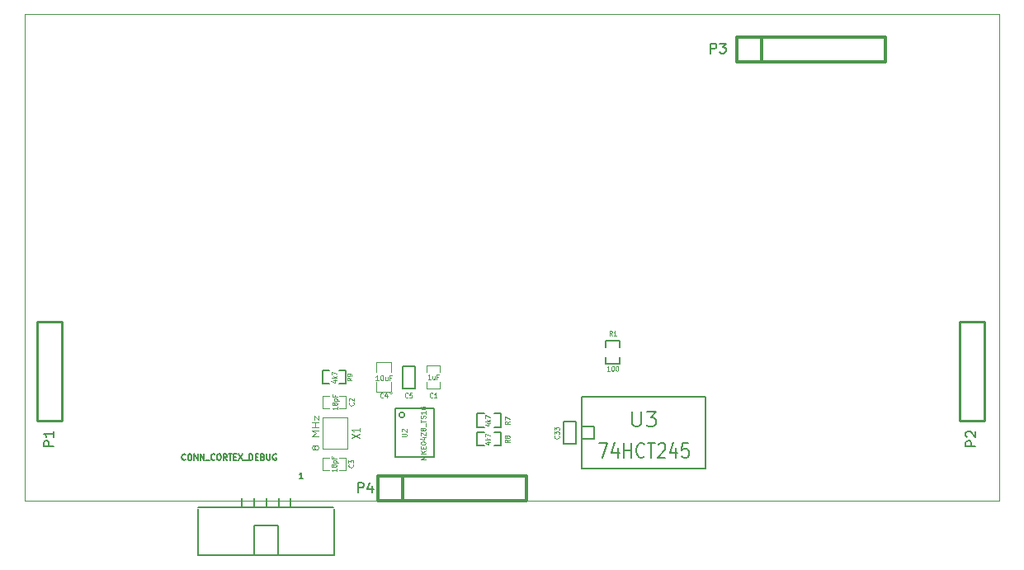
<source format=gto>
G04 (created by PCBNEW (2013-07-07 BZR 4022)-stable) date 02/01/2016 16:19:00*
%MOIN*%
G04 Gerber Fmt 3.4, Leading zero omitted, Abs format*
%FSLAX34Y34*%
G01*
G70*
G90*
G04 APERTURE LIST*
%ADD10C,0.00590551*%
%ADD11C,0.00393701*%
%ADD12C,0.005*%
%ADD13C,0.0047*%
%ADD14C,0.008*%
%ADD15C,0.0039*%
%ADD16C,0.01*%
%ADD17C,0.012*%
%ADD18C,0.0045*%
%ADD19C,0.006*%
%ADD20C,0.0043*%
G04 APERTURE END LIST*
G54D10*
G54D11*
X39370Y0D02*
X0Y0D01*
X39370Y19685D02*
X39370Y0D01*
X0Y19685D02*
X39370Y19685D01*
X0Y0D02*
X0Y19685D01*
G54D12*
X14975Y3725D02*
X14975Y1775D01*
X14975Y1775D02*
X16525Y1775D01*
X16525Y1775D02*
X16525Y3725D01*
X16525Y3725D02*
X14975Y3725D01*
X15336Y3475D02*
G75*
G03X15336Y3475I-111J0D01*
G74*
G01*
G54D13*
X12697Y3744D02*
X12972Y3744D01*
X12303Y3744D02*
X12028Y3744D01*
X12697Y4256D02*
X12972Y4256D01*
X12028Y4256D02*
X12303Y4256D01*
X12972Y4250D02*
X12972Y3750D01*
X12028Y3750D02*
X12028Y4250D01*
X12697Y1244D02*
X12972Y1244D01*
X12303Y1244D02*
X12028Y1244D01*
X12697Y1756D02*
X12972Y1756D01*
X12028Y1756D02*
X12303Y1756D01*
X12972Y1750D02*
X12972Y1250D01*
X12028Y1250D02*
X12028Y1750D01*
X16756Y5197D02*
X16756Y5472D01*
X16756Y4803D02*
X16756Y4528D01*
X16244Y5197D02*
X16244Y5472D01*
X16244Y4528D02*
X16244Y4803D01*
X16250Y5472D02*
X16750Y5472D01*
X16750Y4528D02*
X16250Y4528D01*
G54D14*
X10734Y120D02*
X10734Y-274D01*
X10262Y-274D02*
X10262Y120D01*
X9750Y-274D02*
X9750Y120D01*
X9278Y120D02*
X9278Y-274D01*
X8766Y120D02*
X8766Y-274D01*
X9278Y-2203D02*
X9278Y-982D01*
X9278Y-982D02*
X10222Y-982D01*
X10222Y-982D02*
X10222Y-2203D01*
X6994Y-274D02*
X12467Y-274D01*
X12505Y-2203D02*
X6993Y-2203D01*
X6993Y-313D02*
X6993Y-2203D01*
X12506Y-312D02*
X12506Y-2202D01*
G54D15*
X14850Y4350D02*
G75*
G03X14850Y4350I-50J0D01*
G74*
G01*
X14800Y4800D02*
X14800Y4400D01*
X14800Y4400D02*
X14200Y4400D01*
X14200Y4400D02*
X14200Y4800D01*
X14200Y5200D02*
X14200Y5600D01*
X14200Y5600D02*
X14800Y5600D01*
X14800Y5600D02*
X14800Y5200D01*
G54D12*
X18553Y3525D02*
X18275Y3525D01*
X18275Y3525D02*
X18275Y2975D01*
X18275Y2975D02*
X18553Y2975D01*
X19225Y3525D02*
X18947Y3525D01*
X19225Y3525D02*
X19225Y2975D01*
X19225Y2975D02*
X18947Y2975D01*
X18553Y2775D02*
X18275Y2775D01*
X18275Y2775D02*
X18275Y2225D01*
X18275Y2225D02*
X18553Y2225D01*
X19225Y2775D02*
X18947Y2775D01*
X19225Y2775D02*
X19225Y2225D01*
X19225Y2225D02*
X18947Y2225D01*
X12697Y4725D02*
X12975Y4725D01*
X12975Y4725D02*
X12975Y5275D01*
X12975Y5275D02*
X12697Y5275D01*
X12025Y4725D02*
X12303Y4725D01*
X12025Y4725D02*
X12025Y5275D01*
X12025Y5275D02*
X12303Y5275D01*
G54D15*
X13012Y3380D02*
X13012Y2120D01*
X13012Y2120D02*
X12028Y2120D01*
X12028Y2120D02*
X12028Y3380D01*
X12028Y3380D02*
X13012Y3380D01*
G54D16*
X500Y3250D02*
X500Y7250D01*
X1500Y3250D02*
X1500Y7250D01*
X1500Y7250D02*
X500Y7250D01*
X500Y3250D02*
X1500Y3250D01*
X37750Y3250D02*
X37750Y7250D01*
X38750Y3250D02*
X38750Y7250D01*
X38750Y7250D02*
X37750Y7250D01*
X37750Y3250D02*
X38750Y3250D01*
G54D12*
X15250Y4550D02*
X15250Y5450D01*
X15250Y5450D02*
X15750Y5450D01*
X15750Y5450D02*
X15750Y4550D01*
X15750Y4550D02*
X15250Y4550D01*
X27500Y1300D02*
X27500Y4200D01*
X22500Y4200D02*
X22500Y1300D01*
X27500Y1300D02*
X22500Y1300D01*
X22500Y4200D02*
X27500Y4200D01*
X22500Y3000D02*
X23000Y3000D01*
X23000Y3000D02*
X23000Y2500D01*
X23000Y2500D02*
X22500Y2500D01*
X23475Y5803D02*
X23475Y5525D01*
X23475Y5525D02*
X24025Y5525D01*
X24025Y5525D02*
X24025Y5803D01*
X23475Y6475D02*
X23475Y6197D01*
X23475Y6475D02*
X24025Y6475D01*
X24025Y6475D02*
X24025Y6197D01*
G54D17*
X28750Y17750D02*
X28750Y18750D01*
X28750Y18750D02*
X34750Y18750D01*
X34750Y18750D02*
X34750Y17750D01*
X34750Y17750D02*
X28750Y17750D01*
X29750Y17750D02*
X29750Y18750D01*
X14250Y0D02*
X14250Y1000D01*
X14250Y1000D02*
X20250Y1000D01*
X20250Y1000D02*
X20250Y0D01*
X20250Y0D02*
X14250Y0D01*
X15250Y0D02*
X15250Y1000D01*
G54D12*
X22250Y3200D02*
X22250Y2300D01*
X22250Y2300D02*
X21750Y2300D01*
X21750Y2300D02*
X21750Y3200D01*
X21750Y3200D02*
X22250Y3200D01*
G54D15*
X15222Y2599D02*
X15381Y2599D01*
X15400Y2609D01*
X15409Y2618D01*
X15419Y2637D01*
X15419Y2674D01*
X15409Y2693D01*
X15400Y2703D01*
X15381Y2712D01*
X15222Y2712D01*
X15240Y2796D02*
X15231Y2806D01*
X15222Y2825D01*
X15222Y2871D01*
X15231Y2890D01*
X15240Y2900D01*
X15259Y2909D01*
X15278Y2909D01*
X15306Y2900D01*
X15419Y2787D01*
X15419Y2909D01*
X16183Y1689D02*
X15986Y1689D01*
X16127Y1755D01*
X15986Y1821D01*
X16183Y1821D01*
X16183Y1915D02*
X15986Y1915D01*
X16183Y2027D02*
X16071Y1943D01*
X15986Y2027D02*
X16099Y1915D01*
X16080Y2112D02*
X16080Y2177D01*
X16183Y2205D02*
X16183Y2112D01*
X15986Y2112D01*
X15986Y2205D01*
X15986Y2327D02*
X15986Y2346D01*
X15996Y2365D01*
X16005Y2374D01*
X16024Y2384D01*
X16061Y2393D01*
X16108Y2393D01*
X16146Y2384D01*
X16164Y2374D01*
X16174Y2365D01*
X16183Y2346D01*
X16183Y2327D01*
X16174Y2309D01*
X16164Y2299D01*
X16146Y2290D01*
X16108Y2280D01*
X16061Y2280D01*
X16024Y2290D01*
X16005Y2299D01*
X15996Y2309D01*
X15986Y2327D01*
X16052Y2562D02*
X16183Y2562D01*
X15977Y2515D02*
X16118Y2468D01*
X16118Y2590D01*
X15986Y2646D02*
X15986Y2778D01*
X16183Y2646D01*
X16183Y2778D01*
X16071Y2881D02*
X16061Y2862D01*
X16052Y2853D01*
X16033Y2843D01*
X16024Y2843D01*
X16005Y2853D01*
X15996Y2862D01*
X15986Y2881D01*
X15986Y2918D01*
X15996Y2937D01*
X16005Y2947D01*
X16024Y2956D01*
X16033Y2956D01*
X16052Y2947D01*
X16061Y2937D01*
X16071Y2918D01*
X16071Y2881D01*
X16080Y2862D01*
X16089Y2853D01*
X16108Y2843D01*
X16146Y2843D01*
X16164Y2853D01*
X16174Y2862D01*
X16183Y2881D01*
X16183Y2918D01*
X16174Y2937D01*
X16164Y2947D01*
X16146Y2956D01*
X16108Y2956D01*
X16089Y2947D01*
X16080Y2937D01*
X16071Y2918D01*
X16202Y2993D02*
X16202Y3144D01*
X15986Y3162D02*
X15986Y3275D01*
X16183Y3219D02*
X15986Y3219D01*
X16174Y3331D02*
X16183Y3359D01*
X16183Y3406D01*
X16174Y3425D01*
X16164Y3434D01*
X16146Y3444D01*
X16127Y3444D01*
X16108Y3434D01*
X16099Y3425D01*
X16089Y3406D01*
X16080Y3369D01*
X16071Y3350D01*
X16061Y3341D01*
X16043Y3331D01*
X16024Y3331D01*
X16005Y3341D01*
X15996Y3350D01*
X15986Y3369D01*
X15986Y3416D01*
X15996Y3444D01*
X16183Y3631D02*
X16183Y3519D01*
X16183Y3575D02*
X15986Y3575D01*
X16014Y3556D01*
X16033Y3538D01*
X16043Y3519D01*
X15986Y3800D02*
X15986Y3763D01*
X15996Y3744D01*
X16005Y3734D01*
X16033Y3716D01*
X16071Y3706D01*
X16146Y3706D01*
X16164Y3716D01*
X16174Y3725D01*
X16183Y3744D01*
X16183Y3781D01*
X16174Y3800D01*
X16164Y3810D01*
X16146Y3819D01*
X16099Y3819D01*
X16080Y3810D01*
X16071Y3800D01*
X16061Y3781D01*
X16061Y3744D01*
X16071Y3725D01*
X16080Y3716D01*
X16099Y3706D01*
G54D18*
X13270Y3970D02*
X13280Y3961D01*
X13289Y3935D01*
X13289Y3918D01*
X13280Y3892D01*
X13261Y3875D01*
X13241Y3867D01*
X13203Y3858D01*
X13175Y3858D01*
X13137Y3867D01*
X13118Y3875D01*
X13099Y3892D01*
X13089Y3918D01*
X13089Y3935D01*
X13099Y3961D01*
X13108Y3970D01*
X13108Y4038D02*
X13099Y4047D01*
X13089Y4064D01*
X13089Y4107D01*
X13099Y4124D01*
X13108Y4132D01*
X13127Y4141D01*
X13146Y4141D01*
X13175Y4132D01*
X13289Y4030D01*
X13289Y4141D01*
X12620Y3807D02*
X12620Y3704D01*
X12620Y3755D02*
X12420Y3755D01*
X12448Y3738D01*
X12467Y3721D01*
X12477Y3704D01*
X12506Y3910D02*
X12496Y3892D01*
X12486Y3884D01*
X12467Y3875D01*
X12458Y3875D01*
X12439Y3884D01*
X12429Y3892D01*
X12420Y3910D01*
X12420Y3944D01*
X12429Y3961D01*
X12439Y3970D01*
X12458Y3978D01*
X12467Y3978D01*
X12486Y3970D01*
X12496Y3961D01*
X12506Y3944D01*
X12506Y3910D01*
X12515Y3892D01*
X12525Y3884D01*
X12544Y3875D01*
X12582Y3875D01*
X12601Y3884D01*
X12610Y3892D01*
X12620Y3910D01*
X12620Y3944D01*
X12610Y3961D01*
X12601Y3970D01*
X12582Y3978D01*
X12544Y3978D01*
X12525Y3970D01*
X12515Y3961D01*
X12506Y3944D01*
X12486Y4055D02*
X12686Y4055D01*
X12496Y4055D02*
X12486Y4072D01*
X12486Y4107D01*
X12496Y4124D01*
X12506Y4132D01*
X12525Y4141D01*
X12582Y4141D01*
X12601Y4132D01*
X12610Y4124D01*
X12620Y4107D01*
X12620Y4072D01*
X12610Y4055D01*
X12515Y4278D02*
X12515Y4218D01*
X12620Y4218D02*
X12420Y4218D01*
X12420Y4304D01*
X13251Y1470D02*
X13260Y1461D01*
X13270Y1435D01*
X13270Y1418D01*
X13260Y1392D01*
X13241Y1375D01*
X13222Y1367D01*
X13184Y1358D01*
X13156Y1358D01*
X13117Y1367D01*
X13098Y1375D01*
X13079Y1392D01*
X13070Y1418D01*
X13070Y1435D01*
X13079Y1461D01*
X13089Y1470D01*
X13070Y1530D02*
X13070Y1641D01*
X13146Y1581D01*
X13146Y1607D01*
X13156Y1624D01*
X13165Y1632D01*
X13184Y1641D01*
X13232Y1641D01*
X13251Y1632D01*
X13260Y1624D01*
X13270Y1607D01*
X13270Y1555D01*
X13260Y1538D01*
X13251Y1530D01*
X12580Y1307D02*
X12580Y1204D01*
X12580Y1255D02*
X12380Y1255D01*
X12409Y1238D01*
X12428Y1221D01*
X12438Y1204D01*
X12466Y1410D02*
X12457Y1392D01*
X12447Y1384D01*
X12428Y1375D01*
X12419Y1375D01*
X12400Y1384D01*
X12390Y1392D01*
X12380Y1410D01*
X12380Y1444D01*
X12390Y1461D01*
X12400Y1470D01*
X12419Y1478D01*
X12428Y1478D01*
X12447Y1470D01*
X12457Y1461D01*
X12466Y1444D01*
X12466Y1410D01*
X12476Y1392D01*
X12485Y1384D01*
X12504Y1375D01*
X12542Y1375D01*
X12561Y1384D01*
X12571Y1392D01*
X12580Y1410D01*
X12580Y1444D01*
X12571Y1461D01*
X12561Y1470D01*
X12542Y1478D01*
X12504Y1478D01*
X12485Y1470D01*
X12476Y1461D01*
X12466Y1444D01*
X12447Y1555D02*
X12647Y1555D01*
X12457Y1555D02*
X12447Y1572D01*
X12447Y1607D01*
X12457Y1624D01*
X12466Y1632D01*
X12485Y1641D01*
X12542Y1641D01*
X12561Y1632D01*
X12571Y1624D01*
X12580Y1607D01*
X12580Y1572D01*
X12571Y1555D01*
X12476Y1778D02*
X12476Y1718D01*
X12580Y1718D02*
X12380Y1718D01*
X12380Y1804D01*
X16470Y4188D02*
X16461Y4178D01*
X16435Y4169D01*
X16418Y4169D01*
X16392Y4178D01*
X16375Y4197D01*
X16367Y4216D01*
X16358Y4254D01*
X16358Y4283D01*
X16367Y4321D01*
X16375Y4340D01*
X16392Y4359D01*
X16418Y4369D01*
X16435Y4369D01*
X16461Y4359D01*
X16470Y4350D01*
X16641Y4169D02*
X16538Y4169D01*
X16590Y4169D02*
X16590Y4369D01*
X16572Y4340D01*
X16555Y4321D01*
X16538Y4311D01*
X16392Y4919D02*
X16290Y4919D01*
X16341Y4919D02*
X16341Y5119D01*
X16324Y5090D01*
X16307Y5071D01*
X16290Y5061D01*
X16547Y5052D02*
X16547Y4919D01*
X16470Y5052D02*
X16470Y4947D01*
X16478Y4928D01*
X16495Y4919D01*
X16521Y4919D01*
X16538Y4928D01*
X16547Y4938D01*
X16692Y5023D02*
X16632Y5023D01*
X16632Y4919D02*
X16632Y5119D01*
X16718Y5119D01*
G54D19*
X6490Y1675D02*
X6478Y1664D01*
X6444Y1652D01*
X6421Y1652D01*
X6387Y1664D01*
X6364Y1687D01*
X6352Y1710D01*
X6341Y1755D01*
X6341Y1790D01*
X6352Y1835D01*
X6364Y1858D01*
X6387Y1881D01*
X6421Y1892D01*
X6444Y1892D01*
X6478Y1881D01*
X6490Y1870D01*
X6638Y1892D02*
X6684Y1892D01*
X6707Y1881D01*
X6730Y1858D01*
X6741Y1812D01*
X6741Y1732D01*
X6730Y1687D01*
X6707Y1664D01*
X6684Y1652D01*
X6638Y1652D01*
X6615Y1664D01*
X6592Y1687D01*
X6581Y1732D01*
X6581Y1812D01*
X6592Y1858D01*
X6615Y1881D01*
X6638Y1892D01*
X6844Y1652D02*
X6844Y1892D01*
X6981Y1652D01*
X6981Y1892D01*
X7095Y1652D02*
X7095Y1892D01*
X7232Y1652D01*
X7232Y1892D01*
X7290Y1630D02*
X7472Y1630D01*
X7667Y1675D02*
X7655Y1664D01*
X7621Y1652D01*
X7598Y1652D01*
X7564Y1664D01*
X7541Y1687D01*
X7530Y1710D01*
X7518Y1755D01*
X7518Y1790D01*
X7530Y1835D01*
X7541Y1858D01*
X7564Y1881D01*
X7598Y1892D01*
X7621Y1892D01*
X7655Y1881D01*
X7667Y1870D01*
X7815Y1892D02*
X7861Y1892D01*
X7884Y1881D01*
X7907Y1858D01*
X7918Y1812D01*
X7918Y1732D01*
X7907Y1687D01*
X7884Y1664D01*
X7861Y1652D01*
X7815Y1652D01*
X7792Y1664D01*
X7770Y1687D01*
X7758Y1732D01*
X7758Y1812D01*
X7770Y1858D01*
X7792Y1881D01*
X7815Y1892D01*
X8158Y1652D02*
X8078Y1767D01*
X8021Y1652D02*
X8021Y1892D01*
X8112Y1892D01*
X8135Y1881D01*
X8147Y1870D01*
X8158Y1847D01*
X8158Y1812D01*
X8147Y1790D01*
X8135Y1778D01*
X8112Y1767D01*
X8021Y1767D01*
X8227Y1892D02*
X8364Y1892D01*
X8295Y1652D02*
X8295Y1892D01*
X8444Y1778D02*
X8524Y1778D01*
X8558Y1652D02*
X8444Y1652D01*
X8444Y1892D01*
X8558Y1892D01*
X8638Y1892D02*
X8798Y1652D01*
X8798Y1892D02*
X8638Y1652D01*
X8832Y1630D02*
X9015Y1630D01*
X9072Y1652D02*
X9072Y1892D01*
X9130Y1892D01*
X9164Y1881D01*
X9187Y1858D01*
X9198Y1835D01*
X9210Y1790D01*
X9210Y1755D01*
X9198Y1710D01*
X9187Y1687D01*
X9164Y1664D01*
X9130Y1652D01*
X9072Y1652D01*
X9312Y1778D02*
X9392Y1778D01*
X9427Y1652D02*
X9312Y1652D01*
X9312Y1892D01*
X9427Y1892D01*
X9610Y1778D02*
X9644Y1767D01*
X9655Y1755D01*
X9667Y1732D01*
X9667Y1698D01*
X9655Y1675D01*
X9644Y1664D01*
X9621Y1652D01*
X9530Y1652D01*
X9530Y1892D01*
X9610Y1892D01*
X9632Y1881D01*
X9644Y1870D01*
X9655Y1847D01*
X9655Y1824D01*
X9644Y1801D01*
X9632Y1790D01*
X9610Y1778D01*
X9530Y1778D01*
X9770Y1892D02*
X9770Y1698D01*
X9781Y1675D01*
X9792Y1664D01*
X9815Y1652D01*
X9861Y1652D01*
X9884Y1664D01*
X9895Y1675D01*
X9907Y1698D01*
X9907Y1892D01*
X10147Y1881D02*
X10124Y1892D01*
X10090Y1892D01*
X10055Y1881D01*
X10032Y1858D01*
X10021Y1835D01*
X10010Y1790D01*
X10010Y1755D01*
X10021Y1710D01*
X10032Y1687D01*
X10055Y1664D01*
X10090Y1652D01*
X10112Y1652D01*
X10147Y1664D01*
X10158Y1675D01*
X10158Y1755D01*
X10112Y1755D01*
X11229Y902D02*
X11092Y902D01*
X11160Y902D02*
X11160Y1142D01*
X11137Y1108D01*
X11114Y1085D01*
X11092Y1074D01*
G54D20*
X14467Y4189D02*
X14457Y4179D01*
X14429Y4170D01*
X14410Y4170D01*
X14382Y4179D01*
X14363Y4198D01*
X14354Y4217D01*
X14345Y4254D01*
X14345Y4282D01*
X14354Y4320D01*
X14363Y4339D01*
X14382Y4357D01*
X14410Y4367D01*
X14429Y4367D01*
X14457Y4357D01*
X14467Y4348D01*
X14636Y4301D02*
X14636Y4170D01*
X14589Y4376D02*
X14542Y4235D01*
X14664Y4235D01*
X14288Y4880D02*
X14176Y4880D01*
X14232Y4880D02*
X14232Y5077D01*
X14213Y5049D01*
X14195Y5030D01*
X14176Y5021D01*
X14410Y5077D02*
X14429Y5077D01*
X14448Y5068D01*
X14457Y5059D01*
X14467Y5040D01*
X14476Y5002D01*
X14476Y4955D01*
X14467Y4918D01*
X14457Y4899D01*
X14448Y4890D01*
X14429Y4880D01*
X14410Y4880D01*
X14392Y4890D01*
X14382Y4899D01*
X14373Y4918D01*
X14363Y4955D01*
X14363Y5002D01*
X14373Y5040D01*
X14382Y5059D01*
X14392Y5068D01*
X14410Y5077D01*
X14645Y5012D02*
X14645Y4880D01*
X14560Y5012D02*
X14560Y4909D01*
X14570Y4890D01*
X14589Y4880D01*
X14617Y4880D01*
X14636Y4890D01*
X14645Y4899D01*
X14804Y4984D02*
X14739Y4984D01*
X14739Y4880D02*
X14739Y5077D01*
X14833Y5077D01*
G54D18*
X19579Y3220D02*
X19485Y3160D01*
X19579Y3117D02*
X19382Y3117D01*
X19382Y3185D01*
X19392Y3202D01*
X19401Y3211D01*
X19420Y3220D01*
X19448Y3220D01*
X19467Y3211D01*
X19476Y3202D01*
X19485Y3185D01*
X19485Y3117D01*
X19382Y3280D02*
X19382Y3400D01*
X19579Y3322D01*
X18658Y3125D02*
X18791Y3125D01*
X18582Y3082D02*
X18724Y3040D01*
X18724Y3151D01*
X18791Y3220D02*
X18591Y3220D01*
X18715Y3237D02*
X18791Y3288D01*
X18658Y3288D02*
X18734Y3220D01*
X18591Y3348D02*
X18591Y3468D01*
X18791Y3391D01*
X19579Y2470D02*
X19485Y2410D01*
X19579Y2367D02*
X19382Y2367D01*
X19382Y2435D01*
X19392Y2452D01*
X19401Y2461D01*
X19420Y2470D01*
X19448Y2470D01*
X19467Y2461D01*
X19476Y2452D01*
X19485Y2435D01*
X19485Y2367D01*
X19467Y2572D02*
X19457Y2555D01*
X19448Y2547D01*
X19429Y2538D01*
X19420Y2538D01*
X19401Y2547D01*
X19392Y2555D01*
X19382Y2572D01*
X19382Y2607D01*
X19392Y2624D01*
X19401Y2632D01*
X19420Y2641D01*
X19429Y2641D01*
X19448Y2632D01*
X19457Y2624D01*
X19467Y2607D01*
X19467Y2572D01*
X19476Y2555D01*
X19485Y2547D01*
X19504Y2538D01*
X19542Y2538D01*
X19560Y2547D01*
X19570Y2555D01*
X19579Y2572D01*
X19579Y2607D01*
X19570Y2624D01*
X19560Y2632D01*
X19542Y2641D01*
X19504Y2641D01*
X19485Y2632D01*
X19476Y2624D01*
X19467Y2607D01*
X18658Y2375D02*
X18791Y2375D01*
X18582Y2332D02*
X18724Y2290D01*
X18724Y2401D01*
X18791Y2470D02*
X18591Y2470D01*
X18715Y2487D02*
X18791Y2538D01*
X18658Y2538D02*
X18734Y2470D01*
X18591Y2598D02*
X18591Y2718D01*
X18791Y2641D01*
X13209Y4970D02*
X13115Y4910D01*
X13209Y4867D02*
X13012Y4867D01*
X13012Y4935D01*
X13022Y4952D01*
X13031Y4961D01*
X13050Y4970D01*
X13078Y4970D01*
X13097Y4961D01*
X13106Y4952D01*
X13115Y4935D01*
X13115Y4867D01*
X13209Y5055D02*
X13209Y5090D01*
X13200Y5107D01*
X13190Y5115D01*
X13162Y5132D01*
X13125Y5141D01*
X13050Y5141D01*
X13031Y5132D01*
X13022Y5124D01*
X13012Y5107D01*
X13012Y5072D01*
X13022Y5055D01*
X13031Y5047D01*
X13050Y5038D01*
X13097Y5038D01*
X13115Y5047D01*
X13125Y5055D01*
X13134Y5072D01*
X13134Y5107D01*
X13125Y5124D01*
X13115Y5132D01*
X13097Y5141D01*
X12447Y4875D02*
X12580Y4875D01*
X12371Y4832D02*
X12514Y4790D01*
X12514Y4901D01*
X12580Y4970D02*
X12380Y4970D01*
X12504Y4987D02*
X12580Y5038D01*
X12447Y5038D02*
X12523Y4970D01*
X12380Y5098D02*
X12380Y5218D01*
X12580Y5141D01*
G54D15*
X13198Y2558D02*
X13513Y2716D01*
X13198Y2716D02*
X13513Y2558D01*
X13513Y2929D02*
X13513Y2794D01*
X13513Y2862D02*
X13198Y2862D01*
X13243Y2839D01*
X13273Y2817D01*
X13288Y2794D01*
X11710Y2127D02*
X11699Y2097D01*
X11688Y2082D01*
X11665Y2067D01*
X11654Y2067D01*
X11632Y2082D01*
X11620Y2097D01*
X11609Y2127D01*
X11609Y2187D01*
X11620Y2217D01*
X11632Y2232D01*
X11654Y2247D01*
X11665Y2247D01*
X11688Y2232D01*
X11699Y2217D01*
X11710Y2187D01*
X11710Y2127D01*
X11721Y2097D01*
X11733Y2082D01*
X11755Y2067D01*
X11800Y2067D01*
X11823Y2082D01*
X11834Y2097D01*
X11845Y2127D01*
X11845Y2187D01*
X11834Y2217D01*
X11823Y2232D01*
X11800Y2247D01*
X11755Y2247D01*
X11733Y2232D01*
X11721Y2217D01*
X11710Y2187D01*
X11845Y2622D02*
X11609Y2622D01*
X11778Y2727D01*
X11609Y2832D01*
X11845Y2832D01*
X11845Y2982D02*
X11609Y2982D01*
X11721Y2982D02*
X11721Y3162D01*
X11845Y3162D02*
X11609Y3162D01*
X11688Y3282D02*
X11688Y3447D01*
X11845Y3282D01*
X11845Y3447D01*
G54D14*
X1161Y2204D02*
X761Y2204D01*
X761Y2357D01*
X780Y2395D01*
X800Y2414D01*
X838Y2433D01*
X895Y2433D01*
X933Y2414D01*
X952Y2395D01*
X971Y2357D01*
X971Y2204D01*
X1161Y2814D02*
X1161Y2585D01*
X1161Y2700D02*
X761Y2700D01*
X819Y2661D01*
X857Y2623D01*
X876Y2585D01*
X38411Y2204D02*
X38011Y2204D01*
X38011Y2357D01*
X38030Y2395D01*
X38050Y2414D01*
X38088Y2433D01*
X38145Y2433D01*
X38183Y2414D01*
X38202Y2395D01*
X38221Y2357D01*
X38221Y2204D01*
X38050Y2585D02*
X38030Y2604D01*
X38011Y2642D01*
X38011Y2738D01*
X38030Y2776D01*
X38050Y2795D01*
X38088Y2814D01*
X38126Y2814D01*
X38183Y2795D01*
X38411Y2566D01*
X38411Y2814D01*
G54D18*
X15470Y4188D02*
X15461Y4178D01*
X15435Y4169D01*
X15418Y4169D01*
X15392Y4178D01*
X15375Y4197D01*
X15367Y4216D01*
X15358Y4254D01*
X15358Y4283D01*
X15367Y4321D01*
X15375Y4340D01*
X15392Y4359D01*
X15418Y4369D01*
X15435Y4369D01*
X15461Y4359D01*
X15470Y4350D01*
X15632Y4369D02*
X15547Y4369D01*
X15538Y4273D01*
X15547Y4283D01*
X15564Y4292D01*
X15607Y4292D01*
X15624Y4283D01*
X15632Y4273D01*
X15641Y4254D01*
X15641Y4207D01*
X15632Y4188D01*
X15624Y4178D01*
X15607Y4169D01*
X15564Y4169D01*
X15547Y4178D01*
X15538Y4188D01*
G54D12*
X24542Y3607D02*
X24542Y3121D01*
X24571Y3064D01*
X24600Y3035D01*
X24657Y3007D01*
X24771Y3007D01*
X24828Y3035D01*
X24857Y3064D01*
X24885Y3121D01*
X24885Y3607D01*
X25114Y3607D02*
X25485Y3607D01*
X25285Y3378D01*
X25371Y3378D01*
X25428Y3350D01*
X25457Y3321D01*
X25485Y3264D01*
X25485Y3121D01*
X25457Y3064D01*
X25428Y3035D01*
X25371Y3007D01*
X25200Y3007D01*
X25142Y3035D01*
X25114Y3064D01*
X23208Y2343D02*
X23541Y2343D01*
X23327Y1743D01*
X23946Y2143D02*
X23946Y1743D01*
X23827Y2371D02*
X23708Y1943D01*
X24017Y1943D01*
X24208Y1743D02*
X24208Y2343D01*
X24208Y2057D02*
X24493Y2057D01*
X24493Y1743D02*
X24493Y2343D01*
X25017Y1800D02*
X24993Y1771D01*
X24922Y1743D01*
X24874Y1743D01*
X24803Y1771D01*
X24755Y1829D01*
X24731Y1886D01*
X24708Y2000D01*
X24708Y2086D01*
X24731Y2200D01*
X24755Y2257D01*
X24803Y2314D01*
X24874Y2343D01*
X24922Y2343D01*
X24993Y2314D01*
X25017Y2286D01*
X25160Y2343D02*
X25446Y2343D01*
X25303Y1743D02*
X25303Y2343D01*
X25589Y2286D02*
X25612Y2314D01*
X25660Y2343D01*
X25779Y2343D01*
X25827Y2314D01*
X25850Y2286D01*
X25874Y2229D01*
X25874Y2171D01*
X25850Y2086D01*
X25565Y1743D01*
X25874Y1743D01*
X26303Y2143D02*
X26303Y1743D01*
X26184Y2371D02*
X26065Y1943D01*
X26374Y1943D01*
X26803Y2343D02*
X26565Y2343D01*
X26541Y2057D01*
X26565Y2086D01*
X26612Y2114D01*
X26731Y2114D01*
X26779Y2086D01*
X26803Y2057D01*
X26827Y2000D01*
X26827Y1857D01*
X26803Y1800D01*
X26779Y1771D01*
X26731Y1743D01*
X26612Y1743D01*
X26565Y1771D01*
X26541Y1800D01*
G54D18*
X23720Y6670D02*
X23660Y6764D01*
X23617Y6670D02*
X23617Y6867D01*
X23685Y6867D01*
X23702Y6857D01*
X23711Y6848D01*
X23720Y6829D01*
X23720Y6801D01*
X23711Y6782D01*
X23702Y6773D01*
X23685Y6764D01*
X23617Y6764D01*
X23891Y6670D02*
X23788Y6670D01*
X23840Y6670D02*
X23840Y6867D01*
X23822Y6839D01*
X23805Y6820D01*
X23788Y6810D01*
X23630Y5250D02*
X23527Y5250D01*
X23578Y5250D02*
X23578Y5450D01*
X23561Y5421D01*
X23544Y5402D01*
X23527Y5392D01*
X23741Y5450D02*
X23758Y5450D01*
X23775Y5440D01*
X23784Y5431D01*
X23792Y5411D01*
X23801Y5373D01*
X23801Y5326D01*
X23792Y5288D01*
X23784Y5269D01*
X23775Y5259D01*
X23758Y5250D01*
X23741Y5250D01*
X23724Y5259D01*
X23715Y5269D01*
X23707Y5288D01*
X23698Y5326D01*
X23698Y5373D01*
X23707Y5411D01*
X23715Y5431D01*
X23724Y5440D01*
X23741Y5450D01*
X23912Y5450D02*
X23930Y5450D01*
X23947Y5440D01*
X23955Y5431D01*
X23964Y5411D01*
X23972Y5373D01*
X23972Y5326D01*
X23964Y5288D01*
X23955Y5269D01*
X23947Y5259D01*
X23930Y5250D01*
X23912Y5250D01*
X23895Y5259D01*
X23887Y5269D01*
X23878Y5288D01*
X23870Y5326D01*
X23870Y5373D01*
X23878Y5411D01*
X23887Y5431D01*
X23895Y5440D01*
X23912Y5450D01*
G54D14*
X27704Y18088D02*
X27704Y18488D01*
X27857Y18488D01*
X27895Y18469D01*
X27914Y18450D01*
X27933Y18411D01*
X27933Y18354D01*
X27914Y18316D01*
X27895Y18297D01*
X27857Y18278D01*
X27704Y18278D01*
X28066Y18488D02*
X28314Y18488D01*
X28180Y18335D01*
X28238Y18335D01*
X28276Y18316D01*
X28295Y18297D01*
X28314Y18259D01*
X28314Y18164D01*
X28295Y18126D01*
X28276Y18107D01*
X28238Y18088D01*
X28123Y18088D01*
X28085Y18107D01*
X28066Y18126D01*
X13454Y338D02*
X13454Y738D01*
X13607Y738D01*
X13645Y719D01*
X13664Y700D01*
X13683Y661D01*
X13683Y604D01*
X13664Y566D01*
X13645Y547D01*
X13607Y528D01*
X13454Y528D01*
X14026Y604D02*
X14026Y338D01*
X13930Y757D02*
X13835Y471D01*
X14083Y471D01*
G54D18*
X21561Y2634D02*
X21571Y2625D01*
X21580Y2600D01*
X21580Y2582D01*
X21571Y2557D01*
X21552Y2540D01*
X21533Y2531D01*
X21495Y2522D01*
X21466Y2522D01*
X21428Y2531D01*
X21409Y2540D01*
X21390Y2557D01*
X21380Y2582D01*
X21380Y2600D01*
X21390Y2625D01*
X21400Y2634D01*
X21380Y2694D02*
X21380Y2805D01*
X21457Y2745D01*
X21457Y2771D01*
X21466Y2788D01*
X21476Y2797D01*
X21495Y2805D01*
X21542Y2805D01*
X21561Y2797D01*
X21571Y2788D01*
X21580Y2771D01*
X21580Y2720D01*
X21571Y2702D01*
X21561Y2694D01*
X21380Y2865D02*
X21380Y2977D01*
X21457Y2917D01*
X21457Y2942D01*
X21466Y2960D01*
X21476Y2968D01*
X21495Y2977D01*
X21542Y2977D01*
X21561Y2968D01*
X21571Y2960D01*
X21580Y2942D01*
X21580Y2891D01*
X21571Y2874D01*
X21561Y2865D01*
M02*

</source>
